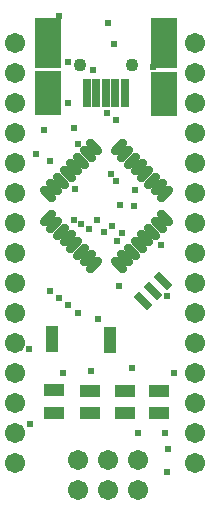
<source format=gbr>
%TF.GenerationSoftware,Altium Limited,Altium Designer,19.0.10 (269)*%
G04 Layer_Color=8388736*
%FSLAX45Y45*%
%MOMM*%
%TF.FileFunction,Soldermask,Top*%
%TF.Part,Single*%
G01*
G75*
%TA.AperFunction,ComponentPad*%
%ADD44C,1.70320*%
%TA.AperFunction,SMDPad,CuDef*%
%ADD45C,1.10320*%
%TA.AperFunction,ViaPad*%
%ADD46C,0.60320*%
%TA.AperFunction,SMDPad,CuDef*%
G04:AMPARAMS|DCode=49|XSize=0.7532mm|YSize=1.7032mm|CornerRadius=0mm|HoleSize=0mm|Usage=FLASHONLY|Rotation=225.000|XOffset=0mm|YOffset=0mm|HoleType=Round|Shape=Round|*
%AMOVALD49*
21,1,0.95000,0.75320,0.00000,0.00000,315.0*
1,1,0.75320,-0.33588,0.33588*
1,1,0.75320,0.33588,-0.33588*
%
%ADD49OVALD49*%

G04:AMPARAMS|DCode=50|XSize=0.7532mm|YSize=1.7032mm|CornerRadius=0mm|HoleSize=0mm|Usage=FLASHONLY|Rotation=135.000|XOffset=0mm|YOffset=0mm|HoleType=Round|Shape=Round|*
%AMOVALD50*
21,1,0.95000,0.75320,0.00000,0.00000,225.0*
1,1,0.75320,0.33588,0.33588*
1,1,0.75320,-0.33588,-0.33588*
%
%ADD50OVALD50*%

G04:AMPARAMS|DCode=51|XSize=0.7032mm|YSize=1.6532mm|CornerRadius=0mm|HoleSize=0mm|Usage=FLASHONLY|Rotation=45.000|XOffset=0mm|YOffset=0mm|HoleType=Round|Shape=Rectangle|*
%AMROTATEDRECTD51*
4,1,4,0.33588,-0.83311,-0.83311,0.33588,-0.33588,0.83311,0.83311,-0.33588,0.33588,-0.83311,0.0*
%
%ADD51ROTATEDRECTD51*%

%ADD52R,1.00320X2.20320*%
%ADD53R,1.65320X1.00320*%
%TA.AperFunction,ConnectorPad*%
%ADD54R,2.25320X4.20320*%
%ADD55R,2.25320X3.70320*%
%ADD56R,0.70320X2.45320*%
D44*
X165100Y431800D02*
D03*
Y685800D02*
D03*
Y939800D02*
D03*
Y1193800D02*
D03*
Y1447800D02*
D03*
Y1701800D02*
D03*
Y1955800D02*
D03*
Y2209800D02*
D03*
Y2463800D02*
D03*
Y2717800D02*
D03*
Y2971800D02*
D03*
Y3225800D02*
D03*
Y3479800D02*
D03*
Y3733800D02*
D03*
Y3987800D02*
D03*
X1689100D02*
D03*
Y3733800D02*
D03*
Y3479800D02*
D03*
Y3225800D02*
D03*
Y2971800D02*
D03*
Y2717800D02*
D03*
Y2463800D02*
D03*
Y2209800D02*
D03*
Y1955800D02*
D03*
Y1701800D02*
D03*
Y1447800D02*
D03*
Y1193800D02*
D03*
Y939800D02*
D03*
Y685800D02*
D03*
Y431800D02*
D03*
X696082Y457200D02*
D03*
X950082D02*
D03*
X1204082D02*
D03*
X696082Y203200D02*
D03*
X950082D02*
D03*
X1204082D02*
D03*
D45*
X714500Y3802800D02*
D03*
X1154500D02*
D03*
D46*
X977900Y2878607D02*
D03*
X1018418Y2819400D02*
D03*
X673100Y2746196D02*
D03*
X1054100Y2616200D02*
D03*
X1175781Y2603500D02*
D03*
X1454500Y357148D02*
D03*
X1460500Y546100D02*
D03*
X1204082Y685800D02*
D03*
X804800Y1211200D02*
D03*
X863600Y1651000D02*
D03*
X856300Y2486266D02*
D03*
X787400Y2413000D02*
D03*
X914400Y2387600D02*
D03*
X985200Y2438400D02*
D03*
X615566Y1769812D02*
D03*
X696082Y1701800D02*
D03*
X1028700Y2311400D02*
D03*
X1181100Y2743200D02*
D03*
X1042330Y1930400D02*
D03*
X723900Y2451100D02*
D03*
X660400Y2489200D02*
D03*
X1154500Y1231900D02*
D03*
X571500Y1193800D02*
D03*
X1066800Y2374900D02*
D03*
X1438310Y685800D02*
D03*
X1454500Y1841500D02*
D03*
X1511300Y1193800D02*
D03*
X292100Y762000D02*
D03*
X279400Y1397000D02*
D03*
X533400Y1828800D02*
D03*
X457200Y1888253D02*
D03*
Y2988873D02*
D03*
X533400Y4216400D02*
D03*
X609600Y3479800D02*
D03*
Y3822700D02*
D03*
X660400Y3268608D02*
D03*
X701100Y3126800D02*
D03*
X342900Y3048000D02*
D03*
X1333500Y3784600D02*
D03*
X825500Y3759200D02*
D03*
X1397000Y2274600D02*
D03*
X406400Y3251200D02*
D03*
X1003300Y3975100D02*
D03*
X952500Y4152900D02*
D03*
X939800Y3396197D02*
D03*
X1016000Y3331197D02*
D03*
D49*
X1042330Y2104990D02*
D03*
X1098899Y2161559D02*
D03*
X1155468Y2218127D02*
D03*
X1212036Y2274695D02*
D03*
X1268605Y2331264D02*
D03*
X1325173Y2387833D02*
D03*
X1381741Y2444401D02*
D03*
X1438310Y2500970D02*
D03*
X837270Y3102011D02*
D03*
X780701Y3045442D02*
D03*
X724132Y2988873D02*
D03*
X667564Y2932305D02*
D03*
X610995Y2875736D02*
D03*
X554426Y2819168D02*
D03*
X497858Y2762599D02*
D03*
X441290Y2706031D02*
D03*
D50*
X1438310D02*
D03*
X1381742Y2762599D02*
D03*
X1325174Y2819168D02*
D03*
X1268605Y2875736D02*
D03*
X1212036Y2932305D02*
D03*
X1155468Y2988874D02*
D03*
X1098899Y3045442D02*
D03*
X1042330Y3102011D02*
D03*
X441290Y2500970D02*
D03*
X497859Y2444401D02*
D03*
X554427Y2387833D02*
D03*
X610995Y2331264D02*
D03*
X667564Y2274696D02*
D03*
X724133Y2218127D02*
D03*
X780701Y2161559D02*
D03*
X837270Y2104990D02*
D03*
D51*
X1244600Y1803400D02*
D03*
X1329453Y1888253D02*
D03*
X1414306Y1973106D02*
D03*
D52*
X480182Y1483184D02*
D03*
X965200Y1473200D02*
D03*
D53*
X1092200Y1040900D02*
D03*
Y850900D02*
D03*
X1384300D02*
D03*
Y1040900D02*
D03*
X800100D02*
D03*
Y850900D02*
D03*
X495300Y1050899D02*
D03*
Y850901D02*
D03*
D54*
X444500Y3987800D02*
D03*
X1424500D02*
D03*
D55*
X444500Y3562800D02*
D03*
X1424500Y3552800D02*
D03*
D56*
X1094500Y3562800D02*
D03*
X1014500D02*
D03*
X774500D02*
D03*
X854500D02*
D03*
X934500D02*
D03*
%TF.MD5,609b6235b4ef89d05021fba3b943575b*%
M02*

</source>
